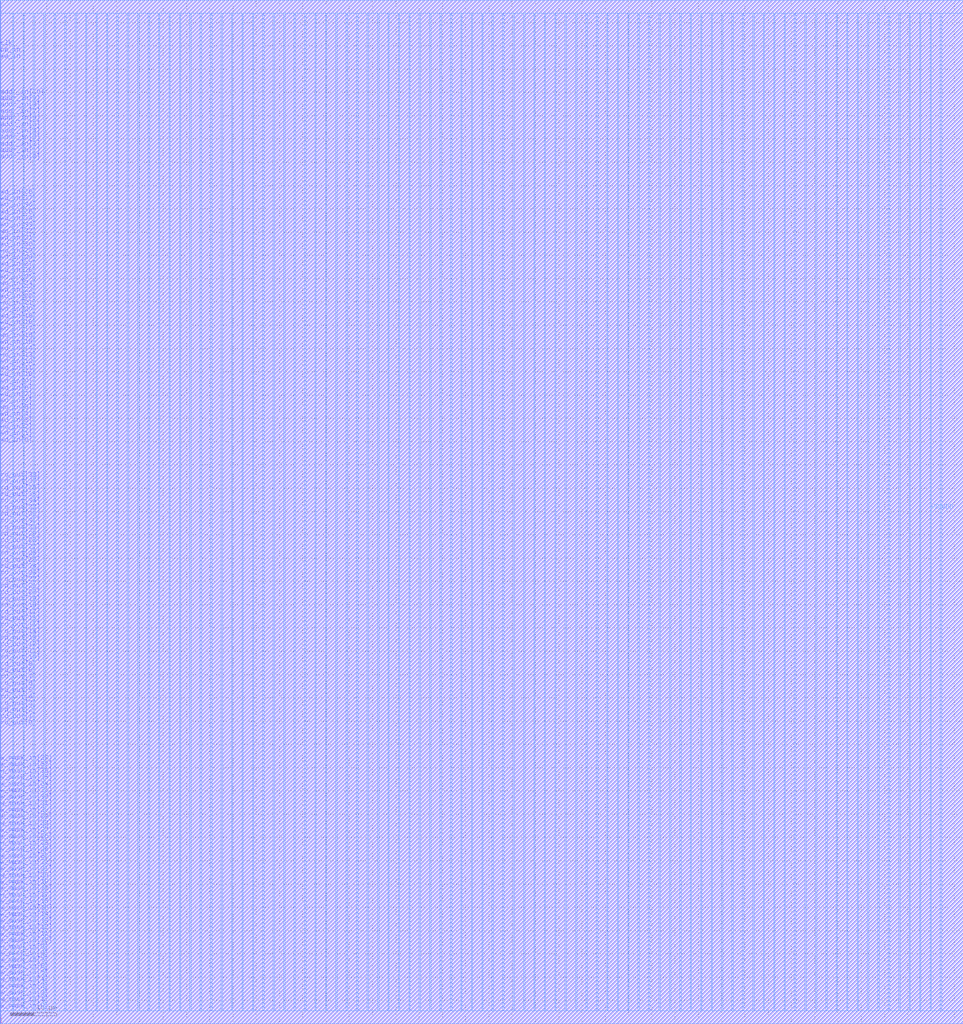
<source format=lef>
VERSION 5.7 ;
BUSBITCHARS "[]" ;
MACRO fakeram45_2048x39
  FOREIGN fakeram45_2048x39 0 0 ;
  SYMMETRY X Y R90 ;
  SIZE 0.19 BY 1.4 ;
  CLASS BLOCK ;
  PIN w_mask_in[0]
    DIRECTION INPUT ;
    USE SIGNAL ;
    SHAPE ABUTMENT ;
    PORT
      LAYER metal3 ;
      RECT 0.000 2.800 0.070 2.870 ;
    END
  END w_mask_in[0]
  PIN w_mask_in[1]
    DIRECTION INPUT ;
    USE SIGNAL ;
    SHAPE ABUTMENT ;
    PORT
      LAYER metal3 ;
      RECT 0.000 4.200 0.070 4.270 ;
    END
  END w_mask_in[1]
  PIN w_mask_in[2]
    DIRECTION INPUT ;
    USE SIGNAL ;
    SHAPE ABUTMENT ;
    PORT
      LAYER metal3 ;
      RECT 0.000 5.600 0.070 5.670 ;
    END
  END w_mask_in[2]
  PIN w_mask_in[3]
    DIRECTION INPUT ;
    USE SIGNAL ;
    SHAPE ABUTMENT ;
    PORT
      LAYER metal3 ;
      RECT 0.000 7.000 0.070 7.070 ;
    END
  END w_mask_in[3]
  PIN w_mask_in[4]
    DIRECTION INPUT ;
    USE SIGNAL ;
    SHAPE ABUTMENT ;
    PORT
      LAYER metal3 ;
      RECT 0.000 8.400 0.070 8.470 ;
    END
  END w_mask_in[4]
  PIN w_mask_in[5]
    DIRECTION INPUT ;
    USE SIGNAL ;
    SHAPE ABUTMENT ;
    PORT
      LAYER metal3 ;
      RECT 0.000 9.800 0.070 9.870 ;
    END
  END w_mask_in[5]
  PIN w_mask_in[6]
    DIRECTION INPUT ;
    USE SIGNAL ;
    SHAPE ABUTMENT ;
    PORT
      LAYER metal3 ;
      RECT 0.000 11.200 0.070 11.270 ;
    END
  END w_mask_in[6]
  PIN w_mask_in[7]
    DIRECTION INPUT ;
    USE SIGNAL ;
    SHAPE ABUTMENT ;
    PORT
      LAYER metal3 ;
      RECT 0.000 12.600 0.070 12.670 ;
    END
  END w_mask_in[7]
  PIN w_mask_in[8]
    DIRECTION INPUT ;
    USE SIGNAL ;
    SHAPE ABUTMENT ;
    PORT
      LAYER metal3 ;
      RECT 0.000 14.000 0.070 14.070 ;
    END
  END w_mask_in[8]
  PIN w_mask_in[9]
    DIRECTION INPUT ;
    USE SIGNAL ;
    SHAPE ABUTMENT ;
    PORT
      LAYER metal3 ;
      RECT 0.000 15.400 0.070 15.470 ;
    END
  END w_mask_in[9]
  PIN w_mask_in[10]
    DIRECTION INPUT ;
    USE SIGNAL ;
    SHAPE ABUTMENT ;
    PORT
      LAYER metal3 ;
      RECT 0.000 16.800 0.070 16.870 ;
    END
  END w_mask_in[10]
  PIN w_mask_in[11]
    DIRECTION INPUT ;
    USE SIGNAL ;
    SHAPE ABUTMENT ;
    PORT
      LAYER metal3 ;
      RECT 0.000 18.200 0.070 18.270 ;
    END
  END w_mask_in[11]
  PIN w_mask_in[12]
    DIRECTION INPUT ;
    USE SIGNAL ;
    SHAPE ABUTMENT ;
    PORT
      LAYER metal3 ;
      RECT 0.000 19.600 0.070 19.670 ;
    END
  END w_mask_in[12]
  PIN w_mask_in[13]
    DIRECTION INPUT ;
    USE SIGNAL ;
    SHAPE ABUTMENT ;
    PORT
      LAYER metal3 ;
      RECT 0.000 21.000 0.070 21.070 ;
    END
  END w_mask_in[13]
  PIN w_mask_in[14]
    DIRECTION INPUT ;
    USE SIGNAL ;
    SHAPE ABUTMENT ;
    PORT
      LAYER metal3 ;
      RECT 0.000 22.400 0.070 22.470 ;
    END
  END w_mask_in[14]
  PIN w_mask_in[15]
    DIRECTION INPUT ;
    USE SIGNAL ;
    SHAPE ABUTMENT ;
    PORT
      LAYER metal3 ;
      RECT 0.000 23.800 0.070 23.870 ;
    END
  END w_mask_in[15]
  PIN w_mask_in[16]
    DIRECTION INPUT ;
    USE SIGNAL ;
    SHAPE ABUTMENT ;
    PORT
      LAYER metal3 ;
      RECT 0.000 25.200 0.070 25.270 ;
    END
  END w_mask_in[16]
  PIN w_mask_in[17]
    DIRECTION INPUT ;
    USE SIGNAL ;
    SHAPE ABUTMENT ;
    PORT
      LAYER metal3 ;
      RECT 0.000 26.600 0.070 26.670 ;
    END
  END w_mask_in[17]
  PIN w_mask_in[18]
    DIRECTION INPUT ;
    USE SIGNAL ;
    SHAPE ABUTMENT ;
    PORT
      LAYER metal3 ;
      RECT 0.000 28.000 0.070 28.070 ;
    END
  END w_mask_in[18]
  PIN w_mask_in[19]
    DIRECTION INPUT ;
    USE SIGNAL ;
    SHAPE ABUTMENT ;
    PORT
      LAYER metal3 ;
      RECT 0.000 29.400 0.070 29.470 ;
    END
  END w_mask_in[19]
  PIN w_mask_in[20]
    DIRECTION INPUT ;
    USE SIGNAL ;
    SHAPE ABUTMENT ;
    PORT
      LAYER metal3 ;
      RECT 0.000 30.800 0.070 30.870 ;
    END
  END w_mask_in[20]
  PIN w_mask_in[21]
    DIRECTION INPUT ;
    USE SIGNAL ;
    SHAPE ABUTMENT ;
    PORT
      LAYER metal3 ;
      RECT 0.000 32.200 0.070 32.270 ;
    END
  END w_mask_in[21]
  PIN w_mask_in[22]
    DIRECTION INPUT ;
    USE SIGNAL ;
    SHAPE ABUTMENT ;
    PORT
      LAYER metal3 ;
      RECT 0.000 33.600 0.070 33.670 ;
    END
  END w_mask_in[22]
  PIN w_mask_in[23]
    DIRECTION INPUT ;
    USE SIGNAL ;
    SHAPE ABUTMENT ;
    PORT
      LAYER metal3 ;
      RECT 0.000 35.000 0.070 35.070 ;
    END
  END w_mask_in[23]
  PIN w_mask_in[24]
    DIRECTION INPUT ;
    USE SIGNAL ;
    SHAPE ABUTMENT ;
    PORT
      LAYER metal3 ;
      RECT 0.000 36.400 0.070 36.470 ;
    END
  END w_mask_in[24]
  PIN w_mask_in[25]
    DIRECTION INPUT ;
    USE SIGNAL ;
    SHAPE ABUTMENT ;
    PORT
      LAYER metal3 ;
      RECT 0.000 37.800 0.070 37.870 ;
    END
  END w_mask_in[25]
  PIN w_mask_in[26]
    DIRECTION INPUT ;
    USE SIGNAL ;
    SHAPE ABUTMENT ;
    PORT
      LAYER metal3 ;
      RECT 0.000 39.200 0.070 39.270 ;
    END
  END w_mask_in[26]
  PIN w_mask_in[27]
    DIRECTION INPUT ;
    USE SIGNAL ;
    SHAPE ABUTMENT ;
    PORT
      LAYER metal3 ;
      RECT 0.000 40.600 0.070 40.670 ;
    END
  END w_mask_in[27]
  PIN w_mask_in[28]
    DIRECTION INPUT ;
    USE SIGNAL ;
    SHAPE ABUTMENT ;
    PORT
      LAYER metal3 ;
      RECT 0.000 42.000 0.070 42.070 ;
    END
  END w_mask_in[28]
  PIN w_mask_in[29]
    DIRECTION INPUT ;
    USE SIGNAL ;
    SHAPE ABUTMENT ;
    PORT
      LAYER metal3 ;
      RECT 0.000 43.400 0.070 43.470 ;
    END
  END w_mask_in[29]
  PIN w_mask_in[30]
    DIRECTION INPUT ;
    USE SIGNAL ;
    SHAPE ABUTMENT ;
    PORT
      LAYER metal3 ;
      RECT 0.000 44.800 0.070 44.870 ;
    END
  END w_mask_in[30]
  PIN w_mask_in[31]
    DIRECTION INPUT ;
    USE SIGNAL ;
    SHAPE ABUTMENT ;
    PORT
      LAYER metal3 ;
      RECT 0.000 46.200 0.070 46.270 ;
    END
  END w_mask_in[31]
  PIN w_mask_in[32]
    DIRECTION INPUT ;
    USE SIGNAL ;
    SHAPE ABUTMENT ;
    PORT
      LAYER metal3 ;
      RECT 0.000 47.600 0.070 47.670 ;
    END
  END w_mask_in[32]
  PIN w_mask_in[33]
    DIRECTION INPUT ;
    USE SIGNAL ;
    SHAPE ABUTMENT ;
    PORT
      LAYER metal3 ;
      RECT 0.000 49.000 0.070 49.070 ;
    END
  END w_mask_in[33]
  PIN w_mask_in[34]
    DIRECTION INPUT ;
    USE SIGNAL ;
    SHAPE ABUTMENT ;
    PORT
      LAYER metal3 ;
      RECT 0.000 50.400 0.070 50.470 ;
    END
  END w_mask_in[34]
  PIN w_mask_in[35]
    DIRECTION INPUT ;
    USE SIGNAL ;
    SHAPE ABUTMENT ;
    PORT
      LAYER metal3 ;
      RECT 0.000 51.800 0.070 51.870 ;
    END
  END w_mask_in[35]
  PIN w_mask_in[36]
    DIRECTION INPUT ;
    USE SIGNAL ;
    SHAPE ABUTMENT ;
    PORT
      LAYER metal3 ;
      RECT 0.000 53.200 0.070 53.270 ;
    END
  END w_mask_in[36]
  PIN w_mask_in[37]
    DIRECTION INPUT ;
    USE SIGNAL ;
    SHAPE ABUTMENT ;
    PORT
      LAYER metal3 ;
      RECT 0.000 54.600 0.070 54.670 ;
    END
  END w_mask_in[37]
  PIN w_mask_in[38]
    DIRECTION INPUT ;
    USE SIGNAL ;
    SHAPE ABUTMENT ;
    PORT
      LAYER metal3 ;
      RECT 0.000 56.000 0.070 56.070 ;
    END
  END w_mask_in[38]
  PIN rd_out[0]
    DIRECTION OUTPUT ;
    USE SIGNAL ;
    SHAPE ABUTMENT ;
    PORT
      LAYER metal3 ;
      RECT 0.000 63.560 0.070 63.630 ;
    END
  END rd_out[0]
  PIN rd_out[1]
    DIRECTION OUTPUT ;
    USE SIGNAL ;
    SHAPE ABUTMENT ;
    PORT
      LAYER metal3 ;
      RECT 0.000 64.960 0.070 65.030 ;
    END
  END rd_out[1]
  PIN rd_out[2]
    DIRECTION OUTPUT ;
    USE SIGNAL ;
    SHAPE ABUTMENT ;
    PORT
      LAYER metal3 ;
      RECT 0.000 66.360 0.070 66.430 ;
    END
  END rd_out[2]
  PIN rd_out[3]
    DIRECTION OUTPUT ;
    USE SIGNAL ;
    SHAPE ABUTMENT ;
    PORT
      LAYER metal3 ;
      RECT 0.000 67.760 0.070 67.830 ;
    END
  END rd_out[3]
  PIN rd_out[4]
    DIRECTION OUTPUT ;
    USE SIGNAL ;
    SHAPE ABUTMENT ;
    PORT
      LAYER metal3 ;
      RECT 0.000 69.160 0.070 69.230 ;
    END
  END rd_out[4]
  PIN rd_out[5]
    DIRECTION OUTPUT ;
    USE SIGNAL ;
    SHAPE ABUTMENT ;
    PORT
      LAYER metal3 ;
      RECT 0.000 70.560 0.070 70.630 ;
    END
  END rd_out[5]
  PIN rd_out[6]
    DIRECTION OUTPUT ;
    USE SIGNAL ;
    SHAPE ABUTMENT ;
    PORT
      LAYER metal3 ;
      RECT 0.000 71.960 0.070 72.030 ;
    END
  END rd_out[6]
  PIN rd_out[7]
    DIRECTION OUTPUT ;
    USE SIGNAL ;
    SHAPE ABUTMENT ;
    PORT
      LAYER metal3 ;
      RECT 0.000 73.360 0.070 73.430 ;
    END
  END rd_out[7]
  PIN rd_out[8]
    DIRECTION OUTPUT ;
    USE SIGNAL ;
    SHAPE ABUTMENT ;
    PORT
      LAYER metal3 ;
      RECT 0.000 74.760 0.070 74.830 ;
    END
  END rd_out[8]
  PIN rd_out[9]
    DIRECTION OUTPUT ;
    USE SIGNAL ;
    SHAPE ABUTMENT ;
    PORT
      LAYER metal3 ;
      RECT 0.000 76.160 0.070 76.230 ;
    END
  END rd_out[9]
  PIN rd_out[10]
    DIRECTION OUTPUT ;
    USE SIGNAL ;
    SHAPE ABUTMENT ;
    PORT
      LAYER metal3 ;
      RECT 0.000 77.560 0.070 77.630 ;
    END
  END rd_out[10]
  PIN rd_out[11]
    DIRECTION OUTPUT ;
    USE SIGNAL ;
    SHAPE ABUTMENT ;
    PORT
      LAYER metal3 ;
      RECT 0.000 78.960 0.070 79.030 ;
    END
  END rd_out[11]
  PIN rd_out[12]
    DIRECTION OUTPUT ;
    USE SIGNAL ;
    SHAPE ABUTMENT ;
    PORT
      LAYER metal3 ;
      RECT 0.000 80.360 0.070 80.430 ;
    END
  END rd_out[12]
  PIN rd_out[13]
    DIRECTION OUTPUT ;
    USE SIGNAL ;
    SHAPE ABUTMENT ;
    PORT
      LAYER metal3 ;
      RECT 0.000 81.760 0.070 81.830 ;
    END
  END rd_out[13]
  PIN rd_out[14]
    DIRECTION OUTPUT ;
    USE SIGNAL ;
    SHAPE ABUTMENT ;
    PORT
      LAYER metal3 ;
      RECT 0.000 83.160 0.070 83.230 ;
    END
  END rd_out[14]
  PIN rd_out[15]
    DIRECTION OUTPUT ;
    USE SIGNAL ;
    SHAPE ABUTMENT ;
    PORT
      LAYER metal3 ;
      RECT 0.000 84.560 0.070 84.630 ;
    END
  END rd_out[15]
  PIN rd_out[16]
    DIRECTION OUTPUT ;
    USE SIGNAL ;
    SHAPE ABUTMENT ;
    PORT
      LAYER metal3 ;
      RECT 0.000 85.960 0.070 86.030 ;
    END
  END rd_out[16]
  PIN rd_out[17]
    DIRECTION OUTPUT ;
    USE SIGNAL ;
    SHAPE ABUTMENT ;
    PORT
      LAYER metal3 ;
      RECT 0.000 87.360 0.070 87.430 ;
    END
  END rd_out[17]
  PIN rd_out[18]
    DIRECTION OUTPUT ;
    USE SIGNAL ;
    SHAPE ABUTMENT ;
    PORT
      LAYER metal3 ;
      RECT 0.000 88.760 0.070 88.830 ;
    END
  END rd_out[18]
  PIN rd_out[19]
    DIRECTION OUTPUT ;
    USE SIGNAL ;
    SHAPE ABUTMENT ;
    PORT
      LAYER metal3 ;
      RECT 0.000 90.160 0.070 90.230 ;
    END
  END rd_out[19]
  PIN rd_out[20]
    DIRECTION OUTPUT ;
    USE SIGNAL ;
    SHAPE ABUTMENT ;
    PORT
      LAYER metal3 ;
      RECT 0.000 91.560 0.070 91.630 ;
    END
  END rd_out[20]
  PIN rd_out[21]
    DIRECTION OUTPUT ;
    USE SIGNAL ;
    SHAPE ABUTMENT ;
    PORT
      LAYER metal3 ;
      RECT 0.000 92.960 0.070 93.030 ;
    END
  END rd_out[21]
  PIN rd_out[22]
    DIRECTION OUTPUT ;
    USE SIGNAL ;
    SHAPE ABUTMENT ;
    PORT
      LAYER metal3 ;
      RECT 0.000 94.360 0.070 94.430 ;
    END
  END rd_out[22]
  PIN rd_out[23]
    DIRECTION OUTPUT ;
    USE SIGNAL ;
    SHAPE ABUTMENT ;
    PORT
      LAYER metal3 ;
      RECT 0.000 95.760 0.070 95.830 ;
    END
  END rd_out[23]
  PIN rd_out[24]
    DIRECTION OUTPUT ;
    USE SIGNAL ;
    SHAPE ABUTMENT ;
    PORT
      LAYER metal3 ;
      RECT 0.000 97.160 0.070 97.230 ;
    END
  END rd_out[24]
  PIN rd_out[25]
    DIRECTION OUTPUT ;
    USE SIGNAL ;
    SHAPE ABUTMENT ;
    PORT
      LAYER metal3 ;
      RECT 0.000 98.560 0.070 98.630 ;
    END
  END rd_out[25]
  PIN rd_out[26]
    DIRECTION OUTPUT ;
    USE SIGNAL ;
    SHAPE ABUTMENT ;
    PORT
      LAYER metal3 ;
      RECT 0.000 99.960 0.070 100.030 ;
    END
  END rd_out[26]
  PIN rd_out[27]
    DIRECTION OUTPUT ;
    USE SIGNAL ;
    SHAPE ABUTMENT ;
    PORT
      LAYER metal3 ;
      RECT 0.000 101.360 0.070 101.430 ;
    END
  END rd_out[27]
  PIN rd_out[28]
    DIRECTION OUTPUT ;
    USE SIGNAL ;
    SHAPE ABUTMENT ;
    PORT
      LAYER metal3 ;
      RECT 0.000 102.760 0.070 102.830 ;
    END
  END rd_out[28]
  PIN rd_out[29]
    DIRECTION OUTPUT ;
    USE SIGNAL ;
    SHAPE ABUTMENT ;
    PORT
      LAYER metal3 ;
      RECT 0.000 104.160 0.070 104.230 ;
    END
  END rd_out[29]
  PIN rd_out[30]
    DIRECTION OUTPUT ;
    USE SIGNAL ;
    SHAPE ABUTMENT ;
    PORT
      LAYER metal3 ;
      RECT 0.000 105.560 0.070 105.630 ;
    END
  END rd_out[30]
  PIN rd_out[31]
    DIRECTION OUTPUT ;
    USE SIGNAL ;
    SHAPE ABUTMENT ;
    PORT
      LAYER metal3 ;
      RECT 0.000 106.960 0.070 107.030 ;
    END
  END rd_out[31]
  PIN rd_out[32]
    DIRECTION OUTPUT ;
    USE SIGNAL ;
    SHAPE ABUTMENT ;
    PORT
      LAYER metal3 ;
      RECT 0.000 108.360 0.070 108.430 ;
    END
  END rd_out[32]
  PIN rd_out[33]
    DIRECTION OUTPUT ;
    USE SIGNAL ;
    SHAPE ABUTMENT ;
    PORT
      LAYER metal3 ;
      RECT 0.000 109.760 0.070 109.830 ;
    END
  END rd_out[33]
  PIN rd_out[34]
    DIRECTION OUTPUT ;
    USE SIGNAL ;
    SHAPE ABUTMENT ;
    PORT
      LAYER metal3 ;
      RECT 0.000 111.160 0.070 111.230 ;
    END
  END rd_out[34]
  PIN rd_out[35]
    DIRECTION OUTPUT ;
    USE SIGNAL ;
    SHAPE ABUTMENT ;
    PORT
      LAYER metal3 ;
      RECT 0.000 112.560 0.070 112.630 ;
    END
  END rd_out[35]
  PIN rd_out[36]
    DIRECTION OUTPUT ;
    USE SIGNAL ;
    SHAPE ABUTMENT ;
    PORT
      LAYER metal3 ;
      RECT 0.000 113.960 0.070 114.030 ;
    END
  END rd_out[36]
  PIN rd_out[37]
    DIRECTION OUTPUT ;
    USE SIGNAL ;
    SHAPE ABUTMENT ;
    PORT
      LAYER metal3 ;
      RECT 0.000 115.360 0.070 115.430 ;
    END
  END rd_out[37]
  PIN rd_out[38]
    DIRECTION OUTPUT ;
    USE SIGNAL ;
    SHAPE ABUTMENT ;
    PORT
      LAYER metal3 ;
      RECT 0.000 116.760 0.070 116.830 ;
    END
  END rd_out[38]
  PIN wd_in[0]
    DIRECTION INPUT ;
    USE SIGNAL ;
    SHAPE ABUTMENT ;
    PORT
      LAYER metal3 ;
      RECT 0.000 124.320 0.070 124.390 ;
    END
  END wd_in[0]
  PIN wd_in[1]
    DIRECTION INPUT ;
    USE SIGNAL ;
    SHAPE ABUTMENT ;
    PORT
      LAYER metal3 ;
      RECT 0.000 125.720 0.070 125.790 ;
    END
  END wd_in[1]
  PIN wd_in[2]
    DIRECTION INPUT ;
    USE SIGNAL ;
    SHAPE ABUTMENT ;
    PORT
      LAYER metal3 ;
      RECT 0.000 127.120 0.070 127.190 ;
    END
  END wd_in[2]
  PIN wd_in[3]
    DIRECTION INPUT ;
    USE SIGNAL ;
    SHAPE ABUTMENT ;
    PORT
      LAYER metal3 ;
      RECT 0.000 128.520 0.070 128.590 ;
    END
  END wd_in[3]
  PIN wd_in[4]
    DIRECTION INPUT ;
    USE SIGNAL ;
    SHAPE ABUTMENT ;
    PORT
      LAYER metal3 ;
      RECT 0.000 129.920 0.070 129.990 ;
    END
  END wd_in[4]
  PIN wd_in[5]
    DIRECTION INPUT ;
    USE SIGNAL ;
    SHAPE ABUTMENT ;
    PORT
      LAYER metal3 ;
      RECT 0.000 131.320 0.070 131.390 ;
    END
  END wd_in[5]
  PIN wd_in[6]
    DIRECTION INPUT ;
    USE SIGNAL ;
    SHAPE ABUTMENT ;
    PORT
      LAYER metal3 ;
      RECT 0.000 132.720 0.070 132.790 ;
    END
  END wd_in[6]
  PIN wd_in[7]
    DIRECTION INPUT ;
    USE SIGNAL ;
    SHAPE ABUTMENT ;
    PORT
      LAYER metal3 ;
      RECT 0.000 134.120 0.070 134.190 ;
    END
  END wd_in[7]
  PIN wd_in[8]
    DIRECTION INPUT ;
    USE SIGNAL ;
    SHAPE ABUTMENT ;
    PORT
      LAYER metal3 ;
      RECT 0.000 135.520 0.070 135.590 ;
    END
  END wd_in[8]
  PIN wd_in[9]
    DIRECTION INPUT ;
    USE SIGNAL ;
    SHAPE ABUTMENT ;
    PORT
      LAYER metal3 ;
      RECT 0.000 136.920 0.070 136.990 ;
    END
  END wd_in[9]
  PIN wd_in[10]
    DIRECTION INPUT ;
    USE SIGNAL ;
    SHAPE ABUTMENT ;
    PORT
      LAYER metal3 ;
      RECT 0.000 138.320 0.070 138.390 ;
    END
  END wd_in[10]
  PIN wd_in[11]
    DIRECTION INPUT ;
    USE SIGNAL ;
    SHAPE ABUTMENT ;
    PORT
      LAYER metal3 ;
      RECT 0.000 139.720 0.070 139.790 ;
    END
  END wd_in[11]
  PIN wd_in[12]
    DIRECTION INPUT ;
    USE SIGNAL ;
    SHAPE ABUTMENT ;
    PORT
      LAYER metal3 ;
      RECT 0.000 141.120 0.070 141.190 ;
    END
  END wd_in[12]
  PIN wd_in[13]
    DIRECTION INPUT ;
    USE SIGNAL ;
    SHAPE ABUTMENT ;
    PORT
      LAYER metal3 ;
      RECT 0.000 142.520 0.070 142.590 ;
    END
  END wd_in[13]
  PIN wd_in[14]
    DIRECTION INPUT ;
    USE SIGNAL ;
    SHAPE ABUTMENT ;
    PORT
      LAYER metal3 ;
      RECT 0.000 143.920 0.070 143.990 ;
    END
  END wd_in[14]
  PIN wd_in[15]
    DIRECTION INPUT ;
    USE SIGNAL ;
    SHAPE ABUTMENT ;
    PORT
      LAYER metal3 ;
      RECT 0.000 145.320 0.070 145.390 ;
    END
  END wd_in[15]
  PIN wd_in[16]
    DIRECTION INPUT ;
    USE SIGNAL ;
    SHAPE ABUTMENT ;
    PORT
      LAYER metal3 ;
      RECT 0.000 146.720 0.070 146.790 ;
    END
  END wd_in[16]
  PIN wd_in[17]
    DIRECTION INPUT ;
    USE SIGNAL ;
    SHAPE ABUTMENT ;
    PORT
      LAYER metal3 ;
      RECT 0.000 148.120 0.070 148.190 ;
    END
  END wd_in[17]
  PIN wd_in[18]
    DIRECTION INPUT ;
    USE SIGNAL ;
    SHAPE ABUTMENT ;
    PORT
      LAYER metal3 ;
      RECT 0.000 149.520 0.070 149.590 ;
    END
  END wd_in[18]
  PIN wd_in[19]
    DIRECTION INPUT ;
    USE SIGNAL ;
    SHAPE ABUTMENT ;
    PORT
      LAYER metal3 ;
      RECT 0.000 150.920 0.070 150.990 ;
    END
  END wd_in[19]
  PIN wd_in[20]
    DIRECTION INPUT ;
    USE SIGNAL ;
    SHAPE ABUTMENT ;
    PORT
      LAYER metal3 ;
      RECT 0.000 152.320 0.070 152.390 ;
    END
  END wd_in[20]
  PIN wd_in[21]
    DIRECTION INPUT ;
    USE SIGNAL ;
    SHAPE ABUTMENT ;
    PORT
      LAYER metal3 ;
      RECT 0.000 153.720 0.070 153.790 ;
    END
  END wd_in[21]
  PIN wd_in[22]
    DIRECTION INPUT ;
    USE SIGNAL ;
    SHAPE ABUTMENT ;
    PORT
      LAYER metal3 ;
      RECT 0.000 155.120 0.070 155.190 ;
    END
  END wd_in[22]
  PIN wd_in[23]
    DIRECTION INPUT ;
    USE SIGNAL ;
    SHAPE ABUTMENT ;
    PORT
      LAYER metal3 ;
      RECT 0.000 156.520 0.070 156.590 ;
    END
  END wd_in[23]
  PIN wd_in[24]
    DIRECTION INPUT ;
    USE SIGNAL ;
    SHAPE ABUTMENT ;
    PORT
      LAYER metal3 ;
      RECT 0.000 157.920 0.070 157.990 ;
    END
  END wd_in[24]
  PIN wd_in[25]
    DIRECTION INPUT ;
    USE SIGNAL ;
    SHAPE ABUTMENT ;
    PORT
      LAYER metal3 ;
      RECT 0.000 159.320 0.070 159.390 ;
    END
  END wd_in[25]
  PIN wd_in[26]
    DIRECTION INPUT ;
    USE SIGNAL ;
    SHAPE ABUTMENT ;
    PORT
      LAYER metal3 ;
      RECT 0.000 160.720 0.070 160.790 ;
    END
  END wd_in[26]
  PIN wd_in[27]
    DIRECTION INPUT ;
    USE SIGNAL ;
    SHAPE ABUTMENT ;
    PORT
      LAYER metal3 ;
      RECT 0.000 162.120 0.070 162.190 ;
    END
  END wd_in[27]
  PIN wd_in[28]
    DIRECTION INPUT ;
    USE SIGNAL ;
    SHAPE ABUTMENT ;
    PORT
      LAYER metal3 ;
      RECT 0.000 163.520 0.070 163.590 ;
    END
  END wd_in[28]
  PIN wd_in[29]
    DIRECTION INPUT ;
    USE SIGNAL ;
    SHAPE ABUTMENT ;
    PORT
      LAYER metal3 ;
      RECT 0.000 164.920 0.070 164.990 ;
    END
  END wd_in[29]
  PIN wd_in[30]
    DIRECTION INPUT ;
    USE SIGNAL ;
    SHAPE ABUTMENT ;
    PORT
      LAYER metal3 ;
      RECT 0.000 166.320 0.070 166.390 ;
    END
  END wd_in[30]
  PIN wd_in[31]
    DIRECTION INPUT ;
    USE SIGNAL ;
    SHAPE ABUTMENT ;
    PORT
      LAYER metal3 ;
      RECT 0.000 167.720 0.070 167.790 ;
    END
  END wd_in[31]
  PIN wd_in[32]
    DIRECTION INPUT ;
    USE SIGNAL ;
    SHAPE ABUTMENT ;
    PORT
      LAYER metal3 ;
      RECT 0.000 169.120 0.070 169.190 ;
    END
  END wd_in[32]
  PIN wd_in[33]
    DIRECTION INPUT ;
    USE SIGNAL ;
    SHAPE ABUTMENT ;
    PORT
      LAYER metal3 ;
      RECT 0.000 170.520 0.070 170.590 ;
    END
  END wd_in[33]
  PIN wd_in[34]
    DIRECTION INPUT ;
    USE SIGNAL ;
    SHAPE ABUTMENT ;
    PORT
      LAYER metal3 ;
      RECT 0.000 171.920 0.070 171.990 ;
    END
  END wd_in[34]
  PIN wd_in[35]
    DIRECTION INPUT ;
    USE SIGNAL ;
    SHAPE ABUTMENT ;
    PORT
      LAYER metal3 ;
      RECT 0.000 173.320 0.070 173.390 ;
    END
  END wd_in[35]
  PIN wd_in[36]
    DIRECTION INPUT ;
    USE SIGNAL ;
    SHAPE ABUTMENT ;
    PORT
      LAYER metal3 ;
      RECT 0.000 174.720 0.070 174.790 ;
    END
  END wd_in[36]
  PIN wd_in[37]
    DIRECTION INPUT ;
    USE SIGNAL ;
    SHAPE ABUTMENT ;
    PORT
      LAYER metal3 ;
      RECT 0.000 176.120 0.070 176.190 ;
    END
  END wd_in[37]
  PIN wd_in[38]
    DIRECTION INPUT ;
    USE SIGNAL ;
    SHAPE ABUTMENT ;
    PORT
      LAYER metal3 ;
      RECT 0.000 177.520 0.070 177.590 ;
    END
  END wd_in[38]
  PIN addr_in[0]
    DIRECTION INPUT ;
    USE SIGNAL ;
    SHAPE ABUTMENT ;
    PORT
      LAYER metal3 ;
      RECT 0.000 185.080 0.070 185.150 ;
    END
  END addr_in[0]
  PIN addr_in[1]
    DIRECTION INPUT ;
    USE SIGNAL ;
    SHAPE ABUTMENT ;
    PORT
      LAYER metal3 ;
      RECT 0.000 186.480 0.070 186.550 ;
    END
  END addr_in[1]
  PIN addr_in[2]
    DIRECTION INPUT ;
    USE SIGNAL ;
    SHAPE ABUTMENT ;
    PORT
      LAYER metal3 ;
      RECT 0.000 187.880 0.070 187.950 ;
    END
  END addr_in[2]
  PIN addr_in[3]
    DIRECTION INPUT ;
    USE SIGNAL ;
    SHAPE ABUTMENT ;
    PORT
      LAYER metal3 ;
      RECT 0.000 189.280 0.070 189.350 ;
    END
  END addr_in[3]
  PIN addr_in[4]
    DIRECTION INPUT ;
    USE SIGNAL ;
    SHAPE ABUTMENT ;
    PORT
      LAYER metal3 ;
      RECT 0.000 190.680 0.070 190.750 ;
    END
  END addr_in[4]
  PIN addr_in[5]
    DIRECTION INPUT ;
    USE SIGNAL ;
    SHAPE ABUTMENT ;
    PORT
      LAYER metal3 ;
      RECT 0.000 192.080 0.070 192.150 ;
    END
  END addr_in[5]
  PIN addr_in[6]
    DIRECTION INPUT ;
    USE SIGNAL ;
    SHAPE ABUTMENT ;
    PORT
      LAYER metal3 ;
      RECT 0.000 193.480 0.070 193.550 ;
    END
  END addr_in[6]
  PIN addr_in[7]
    DIRECTION INPUT ;
    USE SIGNAL ;
    SHAPE ABUTMENT ;
    PORT
      LAYER metal3 ;
      RECT 0.000 194.880 0.070 194.950 ;
    END
  END addr_in[7]
  PIN addr_in[8]
    DIRECTION INPUT ;
    USE SIGNAL ;
    SHAPE ABUTMENT ;
    PORT
      LAYER metal3 ;
      RECT 0.000 196.280 0.070 196.350 ;
    END
  END addr_in[8]
  PIN addr_in[9]
    DIRECTION INPUT ;
    USE SIGNAL ;
    SHAPE ABUTMENT ;
    PORT
      LAYER metal3 ;
      RECT 0.000 197.680 0.070 197.750 ;
    END
  END addr_in[9]
  PIN addr_in[10]
    DIRECTION INPUT ;
    USE SIGNAL ;
    SHAPE ABUTMENT ;
    PORT
      LAYER metal3 ;
      RECT 0.000 199.080 0.070 199.150 ;
    END
  END addr_in[10]
  PIN we_in
    DIRECTION INPUT ;
    USE SIGNAL ;
    SHAPE ABUTMENT ;
    PORT
      LAYER metal3 ;
      RECT 0.000 206.640 0.070 206.710 ;
    END
  END we_in
  PIN ce_in
    DIRECTION INPUT ;
    USE SIGNAL ;
    SHAPE ABUTMENT ;
    PORT
      LAYER metal3 ;
      RECT 0.000 208.040 0.070 208.110 ;
    END
  END ce_in
  PIN clk
    DIRECTION INPUT ;
    USE SIGNAL ;
    SHAPE ABUTMENT ;
    PORT
      LAYER metal3 ;
      RECT 0.000 209.440 0.070 209.510 ;
    END
  END clk
  PIN VSS
    DIRECTION INOUT ;
    USE GROUND ;
    PORT
      LAYER metal4 ;
      RECT 2.660 2.800 2.940 217.000 ;
      RECT 7.140 2.800 7.420 217.000 ;
      RECT 11.620 2.800 11.900 217.000 ;
      RECT 16.100 2.800 16.380 217.000 ;
      RECT 20.580 2.800 20.860 217.000 ;
      RECT 25.060 2.800 25.340 217.000 ;
      RECT 29.540 2.800 29.820 217.000 ;
      RECT 34.020 2.800 34.300 217.000 ;
      RECT 38.500 2.800 38.780 217.000 ;
      RECT 42.980 2.800 43.260 217.000 ;
      RECT 47.460 2.800 47.740 217.000 ;
      RECT 51.940 2.800 52.220 217.000 ;
      RECT 56.420 2.800 56.700 217.000 ;
      RECT 60.900 2.800 61.180 217.000 ;
      RECT 65.380 2.800 65.660 217.000 ;
      RECT 69.860 2.800 70.140 217.000 ;
      RECT 74.340 2.800 74.620 217.000 ;
      RECT 78.820 2.800 79.100 217.000 ;
      RECT 83.300 2.800 83.580 217.000 ;
      RECT 87.780 2.800 88.060 217.000 ;
      RECT 92.260 2.800 92.540 217.000 ;
      RECT 96.740 2.800 97.020 217.000 ;
      RECT 101.220 2.800 101.500 217.000 ;
      RECT 105.700 2.800 105.980 217.000 ;
      RECT 110.180 2.800 110.460 217.000 ;
      RECT 114.660 2.800 114.940 217.000 ;
      RECT 119.140 2.800 119.420 217.000 ;
      RECT 123.620 2.800 123.900 217.000 ;
      RECT 128.100 2.800 128.380 217.000 ;
      RECT 132.580 2.800 132.860 217.000 ;
      RECT 137.060 2.800 137.340 217.000 ;
      RECT 141.540 2.800 141.820 217.000 ;
      RECT 146.020 2.800 146.300 217.000 ;
      RECT 150.500 2.800 150.780 217.000 ;
      RECT 154.980 2.800 155.260 217.000 ;
      RECT 159.460 2.800 159.740 217.000 ;
      RECT 163.940 2.800 164.220 217.000 ;
      RECT 168.420 2.800 168.700 217.000 ;
      RECT 172.900 2.800 173.180 217.000 ;
      RECT 177.380 2.800 177.660 217.000 ;
      RECT 181.860 2.800 182.140 217.000 ;
      RECT 186.340 2.800 186.620 217.000 ;
      RECT 190.820 2.800 191.100 217.000 ;
      RECT 195.300 2.800 195.580 217.000 ;
      RECT 199.780 2.800 200.060 217.000 ;
    END
  END VSS
  PIN VDD
    DIRECTION INOUT ;
    USE POWER ;
    PORT
      LAYER metal4 ;
      RECT 4.900 2.800 5.180 217.000 ;
      RECT 9.380 2.800 9.660 217.000 ;
      RECT 13.860 2.800 14.140 217.000 ;
      RECT 18.340 2.800 18.620 217.000 ;
      RECT 22.820 2.800 23.100 217.000 ;
      RECT 27.300 2.800 27.580 217.000 ;
      RECT 31.780 2.800 32.060 217.000 ;
      RECT 36.260 2.800 36.540 217.000 ;
      RECT 40.740 2.800 41.020 217.000 ;
      RECT 45.220 2.800 45.500 217.000 ;
      RECT 49.700 2.800 49.980 217.000 ;
      RECT 54.180 2.800 54.460 217.000 ;
      RECT 58.660 2.800 58.940 217.000 ;
      RECT 63.140 2.800 63.420 217.000 ;
      RECT 67.620 2.800 67.900 217.000 ;
      RECT 72.100 2.800 72.380 217.000 ;
      RECT 76.580 2.800 76.860 217.000 ;
      RECT 81.060 2.800 81.340 217.000 ;
      RECT 85.540 2.800 85.820 217.000 ;
      RECT 90.020 2.800 90.300 217.000 ;
      RECT 94.500 2.800 94.780 217.000 ;
      RECT 98.980 2.800 99.260 217.000 ;
      RECT 103.460 2.800 103.740 217.000 ;
      RECT 107.940 2.800 108.220 217.000 ;
      RECT 112.420 2.800 112.700 217.000 ;
      RECT 116.900 2.800 117.180 217.000 ;
      RECT 121.380 2.800 121.660 217.000 ;
      RECT 125.860 2.800 126.140 217.000 ;
      RECT 130.340 2.800 130.620 217.000 ;
      RECT 134.820 2.800 135.100 217.000 ;
      RECT 139.300 2.800 139.580 217.000 ;
      RECT 143.780 2.800 144.060 217.000 ;
      RECT 148.260 2.800 148.540 217.000 ;
      RECT 152.740 2.800 153.020 217.000 ;
      RECT 157.220 2.800 157.500 217.000 ;
      RECT 161.700 2.800 161.980 217.000 ;
      RECT 166.180 2.800 166.460 217.000 ;
      RECT 170.660 2.800 170.940 217.000 ;
      RECT 175.140 2.800 175.420 217.000 ;
      RECT 179.620 2.800 179.900 217.000 ;
      RECT 184.100 2.800 184.380 217.000 ;
      RECT 188.580 2.800 188.860 217.000 ;
      RECT 193.060 2.800 193.340 217.000 ;
      RECT 197.540 2.800 197.820 217.000 ;
      RECT 202.020 2.800 202.300 217.000 ;
    END
  END VDD
  OBS
    LAYER metal1 ;
    RECT 0 0 206.910 219.800 ;
    LAYER metal2 ;
    RECT 0 0 206.910 219.800 ;
    LAYER metal3 ;
    RECT 0.070 0 206.910 219.800 ;
    RECT 0 0.000 0.070 2.800 ;
    RECT 0 2.870 0.070 4.200 ;
    RECT 0 4.270 0.070 5.600 ;
    RECT 0 5.670 0.070 7.000 ;
    RECT 0 7.070 0.070 8.400 ;
    RECT 0 8.470 0.070 9.800 ;
    RECT 0 9.870 0.070 11.200 ;
    RECT 0 11.270 0.070 12.600 ;
    RECT 0 12.670 0.070 14.000 ;
    RECT 0 14.070 0.070 15.400 ;
    RECT 0 15.470 0.070 16.800 ;
    RECT 0 16.870 0.070 18.200 ;
    RECT 0 18.270 0.070 19.600 ;
    RECT 0 19.670 0.070 21.000 ;
    RECT 0 21.070 0.070 22.400 ;
    RECT 0 22.470 0.070 23.800 ;
    RECT 0 23.870 0.070 25.200 ;
    RECT 0 25.270 0.070 26.600 ;
    RECT 0 26.670 0.070 28.000 ;
    RECT 0 28.070 0.070 29.400 ;
    RECT 0 29.470 0.070 30.800 ;
    RECT 0 30.870 0.070 32.200 ;
    RECT 0 32.270 0.070 33.600 ;
    RECT 0 33.670 0.070 35.000 ;
    RECT 0 35.070 0.070 36.400 ;
    RECT 0 36.470 0.070 37.800 ;
    RECT 0 37.870 0.070 39.200 ;
    RECT 0 39.270 0.070 40.600 ;
    RECT 0 40.670 0.070 42.000 ;
    RECT 0 42.070 0.070 43.400 ;
    RECT 0 43.470 0.070 44.800 ;
    RECT 0 44.870 0.070 46.200 ;
    RECT 0 46.270 0.070 47.600 ;
    RECT 0 47.670 0.070 49.000 ;
    RECT 0 49.070 0.070 50.400 ;
    RECT 0 50.470 0.070 51.800 ;
    RECT 0 51.870 0.070 53.200 ;
    RECT 0 53.270 0.070 54.600 ;
    RECT 0 54.670 0.070 56.000 ;
    RECT 0 56.070 0.070 63.560 ;
    RECT 0 63.630 0.070 64.960 ;
    RECT 0 65.030 0.070 66.360 ;
    RECT 0 66.430 0.070 67.760 ;
    RECT 0 67.830 0.070 69.160 ;
    RECT 0 69.230 0.070 70.560 ;
    RECT 0 70.630 0.070 71.960 ;
    RECT 0 72.030 0.070 73.360 ;
    RECT 0 73.430 0.070 74.760 ;
    RECT 0 74.830 0.070 76.160 ;
    RECT 0 76.230 0.070 77.560 ;
    RECT 0 77.630 0.070 78.960 ;
    RECT 0 79.030 0.070 80.360 ;
    RECT 0 80.430 0.070 81.760 ;
    RECT 0 81.830 0.070 83.160 ;
    RECT 0 83.230 0.070 84.560 ;
    RECT 0 84.630 0.070 85.960 ;
    RECT 0 86.030 0.070 87.360 ;
    RECT 0 87.430 0.070 88.760 ;
    RECT 0 88.830 0.070 90.160 ;
    RECT 0 90.230 0.070 91.560 ;
    RECT 0 91.630 0.070 92.960 ;
    RECT 0 93.030 0.070 94.360 ;
    RECT 0 94.430 0.070 95.760 ;
    RECT 0 95.830 0.070 97.160 ;
    RECT 0 97.230 0.070 98.560 ;
    RECT 0 98.630 0.070 99.960 ;
    RECT 0 100.030 0.070 101.360 ;
    RECT 0 101.430 0.070 102.760 ;
    RECT 0 102.830 0.070 104.160 ;
    RECT 0 104.230 0.070 105.560 ;
    RECT 0 105.630 0.070 106.960 ;
    RECT 0 107.030 0.070 108.360 ;
    RECT 0 108.430 0.070 109.760 ;
    RECT 0 109.830 0.070 111.160 ;
    RECT 0 111.230 0.070 112.560 ;
    RECT 0 112.630 0.070 113.960 ;
    RECT 0 114.030 0.070 115.360 ;
    RECT 0 115.430 0.070 116.760 ;
    RECT 0 116.830 0.070 124.320 ;
    RECT 0 124.390 0.070 125.720 ;
    RECT 0 125.790 0.070 127.120 ;
    RECT 0 127.190 0.070 128.520 ;
    RECT 0 128.590 0.070 129.920 ;
    RECT 0 129.990 0.070 131.320 ;
    RECT 0 131.390 0.070 132.720 ;
    RECT 0 132.790 0.070 134.120 ;
    RECT 0 134.190 0.070 135.520 ;
    RECT 0 135.590 0.070 136.920 ;
    RECT 0 136.990 0.070 138.320 ;
    RECT 0 138.390 0.070 139.720 ;
    RECT 0 139.790 0.070 141.120 ;
    RECT 0 141.190 0.070 142.520 ;
    RECT 0 142.590 0.070 143.920 ;
    RECT 0 143.990 0.070 145.320 ;
    RECT 0 145.390 0.070 146.720 ;
    RECT 0 146.790 0.070 148.120 ;
    RECT 0 148.190 0.070 149.520 ;
    RECT 0 149.590 0.070 150.920 ;
    RECT 0 150.990 0.070 152.320 ;
    RECT 0 152.390 0.070 153.720 ;
    RECT 0 153.790 0.070 155.120 ;
    RECT 0 155.190 0.070 156.520 ;
    RECT 0 156.590 0.070 157.920 ;
    RECT 0 157.990 0.070 159.320 ;
    RECT 0 159.390 0.070 160.720 ;
    RECT 0 160.790 0.070 162.120 ;
    RECT 0 162.190 0.070 163.520 ;
    RECT 0 163.590 0.070 164.920 ;
    RECT 0 164.990 0.070 166.320 ;
    RECT 0 166.390 0.070 167.720 ;
    RECT 0 167.790 0.070 169.120 ;
    RECT 0 169.190 0.070 170.520 ;
    RECT 0 170.590 0.070 171.920 ;
    RECT 0 171.990 0.070 173.320 ;
    RECT 0 173.390 0.070 174.720 ;
    RECT 0 174.790 0.070 176.120 ;
    RECT 0 176.190 0.070 177.520 ;
    RECT 0 177.590 0.070 185.080 ;
    RECT 0 185.150 0.070 186.480 ;
    RECT 0 186.550 0.070 187.880 ;
    RECT 0 187.950 0.070 189.280 ;
    RECT 0 189.350 0.070 190.680 ;
    RECT 0 190.750 0.070 192.080 ;
    RECT 0 192.150 0.070 193.480 ;
    RECT 0 193.550 0.070 194.880 ;
    RECT 0 194.950 0.070 196.280 ;
    RECT 0 196.350 0.070 197.680 ;
    RECT 0 197.750 0.070 199.080 ;
    RECT 0 199.150 0.070 206.640 ;
    RECT 0 206.710 0.070 208.040 ;
    RECT 0 208.110 0.070 209.440 ;
    RECT 0 209.510 0.070 219.800 ;
    LAYER metal4 ;
    RECT 0 0 206.910 2.800 ;
    RECT 0 217.000 206.910 219.800 ;
    RECT 0.000 2.800 2.660 217.000 ;
    RECT 2.940 2.800 4.900 217.000 ;
    RECT 5.180 2.800 7.140 217.000 ;
    RECT 7.420 2.800 9.380 217.000 ;
    RECT 9.660 2.800 11.620 217.000 ;
    RECT 11.900 2.800 13.860 217.000 ;
    RECT 14.140 2.800 16.100 217.000 ;
    RECT 16.380 2.800 18.340 217.000 ;
    RECT 18.620 2.800 20.580 217.000 ;
    RECT 20.860 2.800 22.820 217.000 ;
    RECT 23.100 2.800 25.060 217.000 ;
    RECT 25.340 2.800 27.300 217.000 ;
    RECT 27.580 2.800 29.540 217.000 ;
    RECT 29.820 2.800 31.780 217.000 ;
    RECT 32.060 2.800 34.020 217.000 ;
    RECT 34.300 2.800 36.260 217.000 ;
    RECT 36.540 2.800 38.500 217.000 ;
    RECT 38.780 2.800 40.740 217.000 ;
    RECT 41.020 2.800 42.980 217.000 ;
    RECT 43.260 2.800 45.220 217.000 ;
    RECT 45.500 2.800 47.460 217.000 ;
    RECT 47.740 2.800 49.700 217.000 ;
    RECT 49.980 2.800 51.940 217.000 ;
    RECT 52.220 2.800 54.180 217.000 ;
    RECT 54.460 2.800 56.420 217.000 ;
    RECT 56.700 2.800 58.660 217.000 ;
    RECT 58.940 2.800 60.900 217.000 ;
    RECT 61.180 2.800 63.140 217.000 ;
    RECT 63.420 2.800 65.380 217.000 ;
    RECT 65.660 2.800 67.620 217.000 ;
    RECT 67.900 2.800 69.860 217.000 ;
    RECT 70.140 2.800 72.100 217.000 ;
    RECT 72.380 2.800 74.340 217.000 ;
    RECT 74.620 2.800 76.580 217.000 ;
    RECT 76.860 2.800 78.820 217.000 ;
    RECT 79.100 2.800 81.060 217.000 ;
    RECT 81.340 2.800 83.300 217.000 ;
    RECT 83.580 2.800 85.540 217.000 ;
    RECT 85.820 2.800 87.780 217.000 ;
    RECT 88.060 2.800 90.020 217.000 ;
    RECT 90.300 2.800 92.260 217.000 ;
    RECT 92.540 2.800 94.500 217.000 ;
    RECT 94.780 2.800 96.740 217.000 ;
    RECT 97.020 2.800 98.980 217.000 ;
    RECT 99.260 2.800 101.220 217.000 ;
    RECT 101.500 2.800 103.460 217.000 ;
    RECT 103.740 2.800 105.700 217.000 ;
    RECT 105.980 2.800 107.940 217.000 ;
    RECT 108.220 2.800 110.180 217.000 ;
    RECT 110.460 2.800 112.420 217.000 ;
    RECT 112.700 2.800 114.660 217.000 ;
    RECT 114.940 2.800 116.900 217.000 ;
    RECT 117.180 2.800 119.140 217.000 ;
    RECT 119.420 2.800 121.380 217.000 ;
    RECT 121.660 2.800 123.620 217.000 ;
    RECT 123.900 2.800 125.860 217.000 ;
    RECT 126.140 2.800 128.100 217.000 ;
    RECT 128.380 2.800 130.340 217.000 ;
    RECT 130.620 2.800 132.580 217.000 ;
    RECT 132.860 2.800 134.820 217.000 ;
    RECT 135.100 2.800 137.060 217.000 ;
    RECT 137.340 2.800 139.300 217.000 ;
    RECT 139.580 2.800 141.540 217.000 ;
    RECT 141.820 2.800 143.780 217.000 ;
    RECT 144.060 2.800 146.020 217.000 ;
    RECT 146.300 2.800 148.260 217.000 ;
    RECT 148.540 2.800 150.500 217.000 ;
    RECT 150.780 2.800 152.740 217.000 ;
    RECT 153.020 2.800 154.980 217.000 ;
    RECT 155.260 2.800 157.220 217.000 ;
    RECT 157.500 2.800 159.460 217.000 ;
    RECT 159.740 2.800 161.700 217.000 ;
    RECT 161.980 2.800 163.940 217.000 ;
    RECT 164.220 2.800 166.180 217.000 ;
    RECT 166.460 2.800 168.420 217.000 ;
    RECT 168.700 2.800 170.660 217.000 ;
    RECT 170.940 2.800 172.900 217.000 ;
    RECT 173.180 2.800 175.140 217.000 ;
    RECT 175.420 2.800 177.380 217.000 ;
    RECT 177.660 2.800 179.620 217.000 ;
    RECT 179.900 2.800 181.860 217.000 ;
    RECT 182.140 2.800 184.100 217.000 ;
    RECT 184.380 2.800 186.340 217.000 ;
    RECT 186.620 2.800 188.580 217.000 ;
    RECT 188.860 2.800 190.820 217.000 ;
    RECT 191.100 2.800 193.060 217.000 ;
    RECT 193.340 2.800 195.300 217.000 ;
    RECT 195.580 2.800 197.540 217.000 ;
    RECT 197.820 2.800 199.780 217.000 ;
    RECT 200.060 2.800 202.020 217.000 ;
    RECT 202.300 2.800 206.910 217.000 ;
  END
END fakeram45_2048x39

END LIBRARY

</source>
